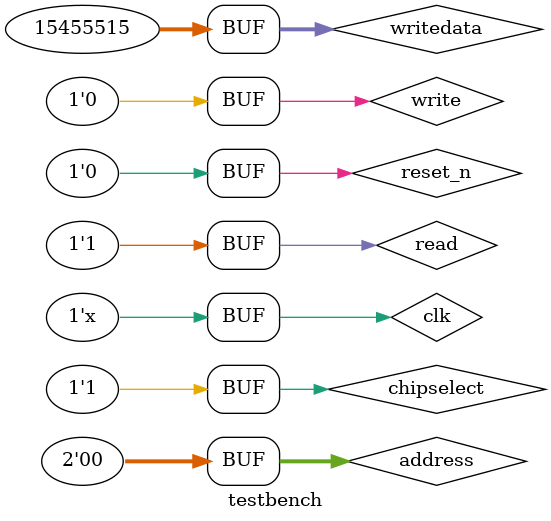
<source format=v>
`timescale 1ns / 1ps

module testbench ();

	reg clk;
	reg reset_n;
	reg [1:0] address;
	reg read;
	reg write;
	reg chipselect;
	reg [31:0] writedata;
	wire [31:0] readdata;

My_CRC T1 (clk, reset_n, address, read, write, chipselect, writedata, readdata);

	always
		#5 clk <= ~clk;

	initial 
		begin
			clk<= 1'b0;
			reset_n <= 1'b0;
			address <= 2'b0;
			read <= 1'b0;
			write <= 1'b0;
			chipselect <= 1'b0;
			writedata <= 32'b0;
			#10 reset_n <= 1'b1;
			#10 read <= 1'b1;
			#7 read <= 1'b0;
			write <= 1'b1;
			chipselect <= 1'b1;
			writedata <= 32'h0e1b2c54;
			#10 writedata <= 32'h05438245;
			#10 writedata <= 32'h05340543;
			#10 writedata <= 32'h05240534;
			
			#10 writedata <= 32'hf60515f5;
			#10 writedata <= 32'h24f40515;
			#10 writedata <= 32'h0534f305;
			#10 writedata <= 32'he90563ef;
			#10 writedata <= 32'hdab1e091;
			#10 writedata <= 32'h6d4c76e2;
			#10 writedata <= 32'h860e1b54;
			#10 writedata <= 32'h00ebd51b;
			#10 write <= 1'b0;
			read <= 1'b1;
		   #600
			reset_n <= 1'b0;
			
//			#10 writedata <= 32'h34052405;
//			#10 writedata <= 32'hf51505f6;
//			#10 writedata <= 32'h1505f424;
//			#10 writedata <= 32'h05f33405;
//			#10 writedata <= 32'hef6305e9;
//			#10 writedata <= 32'h91e0b1da;
//			#10 writedata <= 32'he2764c6d;
//			#10 writedata <= 32'h541b0e86;
//			#10 writedata <= 32'h001bd5eb;
			
		end
	
endmodule 
</source>
